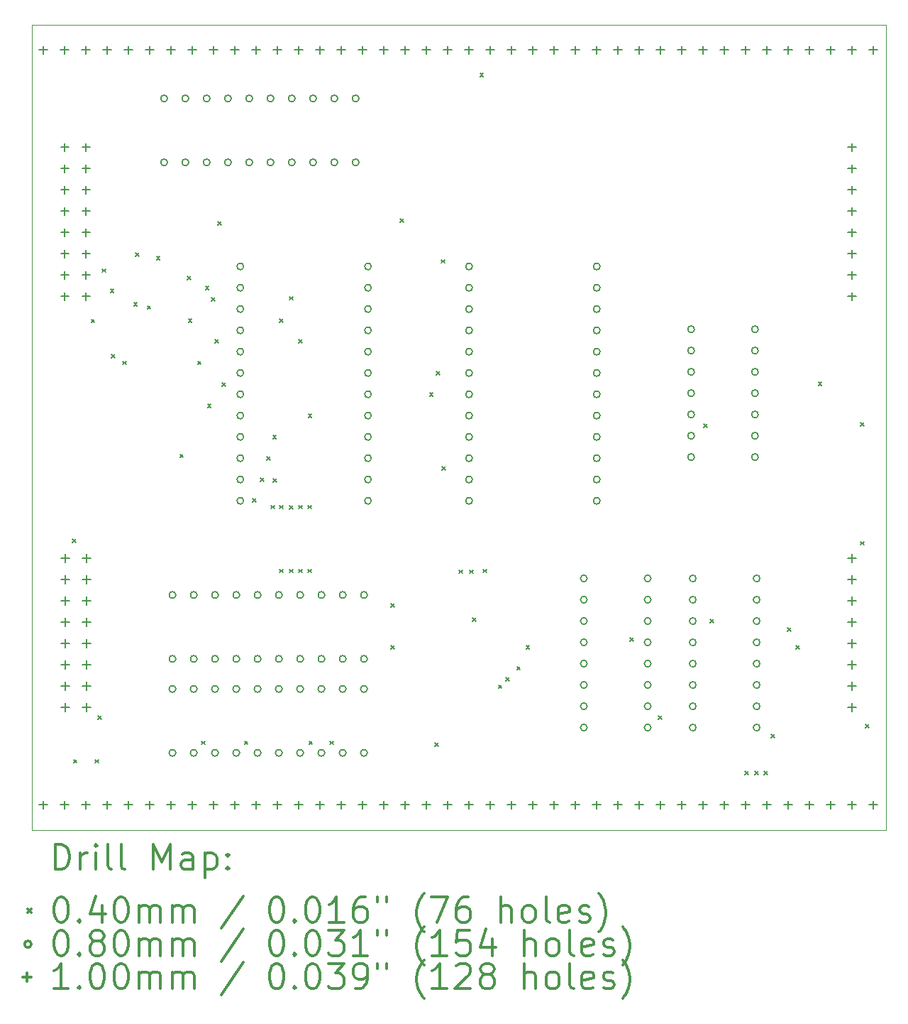
<source format=gbr>
%FSLAX45Y45*%
G04 Gerber Fmt 4.5, Leading zero omitted, Abs format (unit mm)*
G04 Created by KiCad (PCBNEW (5.1.9)-1) date 2022-07-23 12:09:43*
%MOMM*%
%LPD*%
G01*
G04 APERTURE LIST*
%TA.AperFunction,Profile*%
%ADD10C,0.100000*%
%TD*%
%ADD11C,0.200000*%
%ADD12C,0.300000*%
G04 APERTURE END LIST*
D10*
X8500000Y-13900000D02*
X8500000Y-4300000D01*
X18700000Y-13900000D02*
X8500000Y-13900000D01*
X18700000Y-4300000D02*
X18700000Y-13900000D01*
X8500000Y-4300000D02*
X18700000Y-4300000D01*
D11*
X8988235Y-10428235D02*
X9028235Y-10468235D01*
X9028235Y-10428235D02*
X8988235Y-10468235D01*
X9000000Y-13060000D02*
X9040000Y-13100000D01*
X9040000Y-13060000D02*
X9000000Y-13100000D01*
X9210000Y-7810000D02*
X9250000Y-7850000D01*
X9250000Y-7810000D02*
X9210000Y-7850000D01*
X9260000Y-13060000D02*
X9300000Y-13100000D01*
X9300000Y-13060000D02*
X9260000Y-13100000D01*
X9290000Y-12540000D02*
X9330000Y-12580000D01*
X9330000Y-12540000D02*
X9290000Y-12580000D01*
X9342501Y-7210000D02*
X9382501Y-7250000D01*
X9382501Y-7210000D02*
X9342501Y-7250000D01*
X9440000Y-7450000D02*
X9480000Y-7490000D01*
X9480000Y-7450000D02*
X9440000Y-7490000D01*
X9450000Y-8230000D02*
X9490000Y-8270000D01*
X9490000Y-8230000D02*
X9450000Y-8270000D01*
X9590000Y-8310000D02*
X9630000Y-8350000D01*
X9630000Y-8310000D02*
X9590000Y-8350000D01*
X9720000Y-7610000D02*
X9760000Y-7650000D01*
X9760000Y-7610000D02*
X9720000Y-7650000D01*
X9740000Y-7020000D02*
X9780000Y-7060000D01*
X9780000Y-7020000D02*
X9740000Y-7060000D01*
X9880000Y-7650000D02*
X9920000Y-7690000D01*
X9920000Y-7650000D02*
X9880000Y-7690000D01*
X9990000Y-7060000D02*
X10030000Y-7100000D01*
X10030000Y-7060000D02*
X9990000Y-7100000D01*
X10270000Y-9420000D02*
X10310000Y-9460000D01*
X10310000Y-9420000D02*
X10270000Y-9460000D01*
X10358500Y-7301500D02*
X10398500Y-7341500D01*
X10398500Y-7301500D02*
X10358500Y-7341500D01*
X10370500Y-7809500D02*
X10410500Y-7849500D01*
X10410500Y-7809500D02*
X10370500Y-7849500D01*
X10480000Y-8310000D02*
X10520000Y-8350000D01*
X10520000Y-8310000D02*
X10480000Y-8350000D01*
X10530000Y-12840000D02*
X10570000Y-12880000D01*
X10570000Y-12840000D02*
X10530000Y-12880000D01*
X10574000Y-7414000D02*
X10614000Y-7454000D01*
X10614000Y-7414000D02*
X10574000Y-7454000D01*
X10600000Y-8825500D02*
X10640000Y-8865500D01*
X10640000Y-8825500D02*
X10600000Y-8865500D01*
X10644500Y-7555500D02*
X10684500Y-7595500D01*
X10684500Y-7555500D02*
X10644500Y-7595500D01*
X10690000Y-8050000D02*
X10730000Y-8090000D01*
X10730000Y-8050000D02*
X10690000Y-8090000D01*
X10720000Y-6647500D02*
X10760000Y-6687500D01*
X10760000Y-6647500D02*
X10720000Y-6687500D01*
X10771500Y-8571500D02*
X10811500Y-8611500D01*
X10811500Y-8571500D02*
X10771500Y-8611500D01*
X11040000Y-12840000D02*
X11080000Y-12880000D01*
X11080000Y-12840000D02*
X11040000Y-12880000D01*
X11140000Y-9950000D02*
X11180000Y-9990000D01*
X11180000Y-9950000D02*
X11140000Y-9990000D01*
X11230000Y-9700000D02*
X11270000Y-9740000D01*
X11270000Y-9700000D02*
X11230000Y-9740000D01*
X11304000Y-9446000D02*
X11344000Y-9486000D01*
X11344000Y-9446000D02*
X11304000Y-9486000D01*
X11359999Y-10030000D02*
X11399999Y-10070000D01*
X11399999Y-10030000D02*
X11359999Y-10070000D01*
X11378000Y-9192000D02*
X11418000Y-9232000D01*
X11418000Y-9192000D02*
X11378000Y-9232000D01*
X11380000Y-9710000D02*
X11420000Y-9750000D01*
X11420000Y-9710000D02*
X11380000Y-9750000D01*
X11460000Y-10030000D02*
X11500000Y-10070000D01*
X11500000Y-10030000D02*
X11460000Y-10070000D01*
X11460000Y-10790000D02*
X11500000Y-10830000D01*
X11500000Y-10790000D02*
X11460000Y-10830000D01*
X11460500Y-7809500D02*
X11500500Y-7849500D01*
X11500500Y-7809500D02*
X11460500Y-7849500D01*
X11580000Y-7540000D02*
X11620000Y-7580000D01*
X11620000Y-7540000D02*
X11580000Y-7580000D01*
X11580000Y-10030500D02*
X11620000Y-10070500D01*
X11620000Y-10030500D02*
X11580000Y-10070500D01*
X11580000Y-10790000D02*
X11620000Y-10830000D01*
X11620000Y-10790000D02*
X11580000Y-10830000D01*
X11690000Y-8050000D02*
X11730000Y-8090000D01*
X11730000Y-8050000D02*
X11690000Y-8090000D01*
X11690000Y-10790000D02*
X11730000Y-10830000D01*
X11730000Y-10790000D02*
X11690000Y-10830000D01*
X11690000Y-10030000D02*
X11730000Y-10070000D01*
X11730000Y-10030000D02*
X11690000Y-10070000D01*
X11800000Y-10790000D02*
X11840000Y-10830000D01*
X11840000Y-10790000D02*
X11800000Y-10830000D01*
X11800000Y-10030000D02*
X11840000Y-10070000D01*
X11840000Y-10030000D02*
X11800000Y-10070000D01*
X11802000Y-8938000D02*
X11842000Y-8978000D01*
X11842000Y-8938000D02*
X11802000Y-8978000D01*
X11810000Y-12840000D02*
X11850000Y-12880000D01*
X11850000Y-12840000D02*
X11810000Y-12880000D01*
X12060000Y-12840000D02*
X12100000Y-12880000D01*
X12100000Y-12840000D02*
X12060000Y-12880000D01*
X12790000Y-11200000D02*
X12830000Y-11240000D01*
X12830000Y-11200000D02*
X12790000Y-11240000D01*
X12790000Y-11700000D02*
X12830000Y-11740000D01*
X12830000Y-11700000D02*
X12790000Y-11740000D01*
X12900000Y-6610001D02*
X12940000Y-6650001D01*
X12940000Y-6610001D02*
X12900000Y-6650001D01*
X13250000Y-8690000D02*
X13290000Y-8730000D01*
X13290000Y-8690000D02*
X13250000Y-8730000D01*
X13310000Y-12860000D02*
X13350000Y-12900000D01*
X13350000Y-12860000D02*
X13310000Y-12900000D01*
X13327500Y-8430000D02*
X13367500Y-8470000D01*
X13367500Y-8430000D02*
X13327500Y-8470000D01*
X13390000Y-7100000D02*
X13430000Y-7140000D01*
X13430000Y-7100000D02*
X13390000Y-7140000D01*
X13400000Y-9570000D02*
X13440000Y-9610000D01*
X13440000Y-9570000D02*
X13400000Y-9610000D01*
X13600000Y-10800000D02*
X13640000Y-10840000D01*
X13640000Y-10800000D02*
X13600000Y-10840000D01*
X13730000Y-10800000D02*
X13770000Y-10840000D01*
X13770000Y-10800000D02*
X13730000Y-10840000D01*
X13760000Y-11370000D02*
X13800000Y-11410000D01*
X13800000Y-11370000D02*
X13760000Y-11410000D01*
X13850000Y-4880000D02*
X13890000Y-4920000D01*
X13890000Y-4880000D02*
X13850000Y-4920000D01*
X13890000Y-10790000D02*
X13930000Y-10830000D01*
X13930000Y-10790000D02*
X13890000Y-10830000D01*
X14070000Y-12170000D02*
X14110000Y-12210000D01*
X14110000Y-12170000D02*
X14070000Y-12210000D01*
X14160000Y-12082501D02*
X14200000Y-12122501D01*
X14200000Y-12082501D02*
X14160000Y-12122501D01*
X14290000Y-11950000D02*
X14330000Y-11990000D01*
X14330000Y-11950000D02*
X14290000Y-11990000D01*
X14400000Y-11700000D02*
X14440000Y-11740000D01*
X14440000Y-11700000D02*
X14400000Y-11740000D01*
X15640000Y-11610000D02*
X15680000Y-11650000D01*
X15680000Y-11610000D02*
X15640000Y-11650000D01*
X15980000Y-12540000D02*
X16020000Y-12580000D01*
X16020000Y-12540000D02*
X15980000Y-12580000D01*
X16520000Y-9060000D02*
X16560000Y-9100000D01*
X16560000Y-9060000D02*
X16520000Y-9100000D01*
X16600000Y-11390000D02*
X16640000Y-11430000D01*
X16640000Y-11390000D02*
X16600000Y-11430000D01*
X17010000Y-13197499D02*
X17050000Y-13237499D01*
X17050000Y-13197499D02*
X17010000Y-13237499D01*
X17130000Y-13200000D02*
X17170000Y-13240000D01*
X17170000Y-13200000D02*
X17130000Y-13240000D01*
X17240000Y-13200000D02*
X17280000Y-13240000D01*
X17280000Y-13200000D02*
X17240000Y-13240000D01*
X17328734Y-12758734D02*
X17368734Y-12798734D01*
X17368734Y-12758734D02*
X17328734Y-12798734D01*
X17520000Y-11490000D02*
X17560000Y-11530000D01*
X17560000Y-11490000D02*
X17520000Y-11530000D01*
X17620000Y-11700000D02*
X17660000Y-11740000D01*
X17660000Y-11700000D02*
X17620000Y-11740000D01*
X17890000Y-8560000D02*
X17930000Y-8600000D01*
X17930000Y-8560000D02*
X17890000Y-8600000D01*
X18390000Y-9040000D02*
X18430000Y-9080000D01*
X18430000Y-9040000D02*
X18390000Y-9080000D01*
X18390000Y-10460000D02*
X18430000Y-10500000D01*
X18430000Y-10460000D02*
X18390000Y-10500000D01*
X18450000Y-12640000D02*
X18490000Y-12680000D01*
X18490000Y-12640000D02*
X18450000Y-12680000D01*
X10120000Y-5178000D02*
G75*
G03*
X10120000Y-5178000I-40000J0D01*
G01*
X10120000Y-5940000D02*
G75*
G03*
X10120000Y-5940000I-40000J0D01*
G01*
X10220000Y-11098000D02*
G75*
G03*
X10220000Y-11098000I-40000J0D01*
G01*
X10220000Y-11860000D02*
G75*
G03*
X10220000Y-11860000I-40000J0D01*
G01*
X10220000Y-12218000D02*
G75*
G03*
X10220000Y-12218000I-40000J0D01*
G01*
X10220000Y-12980000D02*
G75*
G03*
X10220000Y-12980000I-40000J0D01*
G01*
X10374000Y-5178000D02*
G75*
G03*
X10374000Y-5178000I-40000J0D01*
G01*
X10374000Y-5940000D02*
G75*
G03*
X10374000Y-5940000I-40000J0D01*
G01*
X10474000Y-11098000D02*
G75*
G03*
X10474000Y-11098000I-40000J0D01*
G01*
X10474000Y-11860000D02*
G75*
G03*
X10474000Y-11860000I-40000J0D01*
G01*
X10474000Y-12218000D02*
G75*
G03*
X10474000Y-12218000I-40000J0D01*
G01*
X10474000Y-12980000D02*
G75*
G03*
X10474000Y-12980000I-40000J0D01*
G01*
X10628000Y-5178000D02*
G75*
G03*
X10628000Y-5178000I-40000J0D01*
G01*
X10628000Y-5940000D02*
G75*
G03*
X10628000Y-5940000I-40000J0D01*
G01*
X10728000Y-11098000D02*
G75*
G03*
X10728000Y-11098000I-40000J0D01*
G01*
X10728000Y-11860000D02*
G75*
G03*
X10728000Y-11860000I-40000J0D01*
G01*
X10728000Y-12218000D02*
G75*
G03*
X10728000Y-12218000I-40000J0D01*
G01*
X10728000Y-12980000D02*
G75*
G03*
X10728000Y-12980000I-40000J0D01*
G01*
X10882000Y-5178000D02*
G75*
G03*
X10882000Y-5178000I-40000J0D01*
G01*
X10882000Y-5940000D02*
G75*
G03*
X10882000Y-5940000I-40000J0D01*
G01*
X10982000Y-11098000D02*
G75*
G03*
X10982000Y-11098000I-40000J0D01*
G01*
X10982000Y-11860000D02*
G75*
G03*
X10982000Y-11860000I-40000J0D01*
G01*
X10982000Y-12218000D02*
G75*
G03*
X10982000Y-12218000I-40000J0D01*
G01*
X10982000Y-12980000D02*
G75*
G03*
X10982000Y-12980000I-40000J0D01*
G01*
X11030000Y-7180000D02*
G75*
G03*
X11030000Y-7180000I-40000J0D01*
G01*
X11030000Y-7434000D02*
G75*
G03*
X11030000Y-7434000I-40000J0D01*
G01*
X11030000Y-7688000D02*
G75*
G03*
X11030000Y-7688000I-40000J0D01*
G01*
X11030000Y-7942000D02*
G75*
G03*
X11030000Y-7942000I-40000J0D01*
G01*
X11030000Y-8196000D02*
G75*
G03*
X11030000Y-8196000I-40000J0D01*
G01*
X11030000Y-8450000D02*
G75*
G03*
X11030000Y-8450000I-40000J0D01*
G01*
X11030000Y-8704000D02*
G75*
G03*
X11030000Y-8704000I-40000J0D01*
G01*
X11030000Y-8958000D02*
G75*
G03*
X11030000Y-8958000I-40000J0D01*
G01*
X11030000Y-9212000D02*
G75*
G03*
X11030000Y-9212000I-40000J0D01*
G01*
X11030000Y-9466000D02*
G75*
G03*
X11030000Y-9466000I-40000J0D01*
G01*
X11030000Y-9720000D02*
G75*
G03*
X11030000Y-9720000I-40000J0D01*
G01*
X11030000Y-9974000D02*
G75*
G03*
X11030000Y-9974000I-40000J0D01*
G01*
X11136000Y-5178000D02*
G75*
G03*
X11136000Y-5178000I-40000J0D01*
G01*
X11136000Y-5940000D02*
G75*
G03*
X11136000Y-5940000I-40000J0D01*
G01*
X11236000Y-11098000D02*
G75*
G03*
X11236000Y-11098000I-40000J0D01*
G01*
X11236000Y-11860000D02*
G75*
G03*
X11236000Y-11860000I-40000J0D01*
G01*
X11236000Y-12218000D02*
G75*
G03*
X11236000Y-12218000I-40000J0D01*
G01*
X11236000Y-12980000D02*
G75*
G03*
X11236000Y-12980000I-40000J0D01*
G01*
X11390000Y-5178000D02*
G75*
G03*
X11390000Y-5178000I-40000J0D01*
G01*
X11390000Y-5940000D02*
G75*
G03*
X11390000Y-5940000I-40000J0D01*
G01*
X11490000Y-11098000D02*
G75*
G03*
X11490000Y-11098000I-40000J0D01*
G01*
X11490000Y-11860000D02*
G75*
G03*
X11490000Y-11860000I-40000J0D01*
G01*
X11490000Y-12218000D02*
G75*
G03*
X11490000Y-12218000I-40000J0D01*
G01*
X11490000Y-12980000D02*
G75*
G03*
X11490000Y-12980000I-40000J0D01*
G01*
X11644000Y-5178000D02*
G75*
G03*
X11644000Y-5178000I-40000J0D01*
G01*
X11644000Y-5940000D02*
G75*
G03*
X11644000Y-5940000I-40000J0D01*
G01*
X11744000Y-11098000D02*
G75*
G03*
X11744000Y-11098000I-40000J0D01*
G01*
X11744000Y-11860000D02*
G75*
G03*
X11744000Y-11860000I-40000J0D01*
G01*
X11744000Y-12218000D02*
G75*
G03*
X11744000Y-12218000I-40000J0D01*
G01*
X11744000Y-12980000D02*
G75*
G03*
X11744000Y-12980000I-40000J0D01*
G01*
X11898000Y-5178000D02*
G75*
G03*
X11898000Y-5178000I-40000J0D01*
G01*
X11898000Y-5940000D02*
G75*
G03*
X11898000Y-5940000I-40000J0D01*
G01*
X11998000Y-11098000D02*
G75*
G03*
X11998000Y-11098000I-40000J0D01*
G01*
X11998000Y-11860000D02*
G75*
G03*
X11998000Y-11860000I-40000J0D01*
G01*
X11998000Y-12218000D02*
G75*
G03*
X11998000Y-12218000I-40000J0D01*
G01*
X11998000Y-12980000D02*
G75*
G03*
X11998000Y-12980000I-40000J0D01*
G01*
X12152000Y-5178000D02*
G75*
G03*
X12152000Y-5178000I-40000J0D01*
G01*
X12152000Y-5940000D02*
G75*
G03*
X12152000Y-5940000I-40000J0D01*
G01*
X12252000Y-11098000D02*
G75*
G03*
X12252000Y-11098000I-40000J0D01*
G01*
X12252000Y-11860000D02*
G75*
G03*
X12252000Y-11860000I-40000J0D01*
G01*
X12252000Y-12218000D02*
G75*
G03*
X12252000Y-12218000I-40000J0D01*
G01*
X12252000Y-12980000D02*
G75*
G03*
X12252000Y-12980000I-40000J0D01*
G01*
X12406000Y-5178000D02*
G75*
G03*
X12406000Y-5178000I-40000J0D01*
G01*
X12406000Y-5940000D02*
G75*
G03*
X12406000Y-5940000I-40000J0D01*
G01*
X12506000Y-11098000D02*
G75*
G03*
X12506000Y-11098000I-40000J0D01*
G01*
X12506000Y-11860000D02*
G75*
G03*
X12506000Y-11860000I-40000J0D01*
G01*
X12506000Y-12218000D02*
G75*
G03*
X12506000Y-12218000I-40000J0D01*
G01*
X12506000Y-12980000D02*
G75*
G03*
X12506000Y-12980000I-40000J0D01*
G01*
X12554000Y-7180000D02*
G75*
G03*
X12554000Y-7180000I-40000J0D01*
G01*
X12554000Y-7434000D02*
G75*
G03*
X12554000Y-7434000I-40000J0D01*
G01*
X12554000Y-7688000D02*
G75*
G03*
X12554000Y-7688000I-40000J0D01*
G01*
X12554000Y-7942000D02*
G75*
G03*
X12554000Y-7942000I-40000J0D01*
G01*
X12554000Y-8196000D02*
G75*
G03*
X12554000Y-8196000I-40000J0D01*
G01*
X12554000Y-8450000D02*
G75*
G03*
X12554000Y-8450000I-40000J0D01*
G01*
X12554000Y-8704000D02*
G75*
G03*
X12554000Y-8704000I-40000J0D01*
G01*
X12554000Y-8958000D02*
G75*
G03*
X12554000Y-8958000I-40000J0D01*
G01*
X12554000Y-9212000D02*
G75*
G03*
X12554000Y-9212000I-40000J0D01*
G01*
X12554000Y-9466000D02*
G75*
G03*
X12554000Y-9466000I-40000J0D01*
G01*
X12554000Y-9720000D02*
G75*
G03*
X12554000Y-9720000I-40000J0D01*
G01*
X12554000Y-9974000D02*
G75*
G03*
X12554000Y-9974000I-40000J0D01*
G01*
X13760000Y-7180000D02*
G75*
G03*
X13760000Y-7180000I-40000J0D01*
G01*
X13760000Y-7434000D02*
G75*
G03*
X13760000Y-7434000I-40000J0D01*
G01*
X13760000Y-7688000D02*
G75*
G03*
X13760000Y-7688000I-40000J0D01*
G01*
X13760000Y-7942000D02*
G75*
G03*
X13760000Y-7942000I-40000J0D01*
G01*
X13760000Y-8196000D02*
G75*
G03*
X13760000Y-8196000I-40000J0D01*
G01*
X13760000Y-8450000D02*
G75*
G03*
X13760000Y-8450000I-40000J0D01*
G01*
X13760000Y-8704000D02*
G75*
G03*
X13760000Y-8704000I-40000J0D01*
G01*
X13760000Y-8958000D02*
G75*
G03*
X13760000Y-8958000I-40000J0D01*
G01*
X13760000Y-9212000D02*
G75*
G03*
X13760000Y-9212000I-40000J0D01*
G01*
X13760000Y-9466000D02*
G75*
G03*
X13760000Y-9466000I-40000J0D01*
G01*
X13760000Y-9720000D02*
G75*
G03*
X13760000Y-9720000I-40000J0D01*
G01*
X13760000Y-9974000D02*
G75*
G03*
X13760000Y-9974000I-40000J0D01*
G01*
X15130000Y-10900000D02*
G75*
G03*
X15130000Y-10900000I-40000J0D01*
G01*
X15130000Y-11154000D02*
G75*
G03*
X15130000Y-11154000I-40000J0D01*
G01*
X15130000Y-11408000D02*
G75*
G03*
X15130000Y-11408000I-40000J0D01*
G01*
X15130000Y-11662000D02*
G75*
G03*
X15130000Y-11662000I-40000J0D01*
G01*
X15130000Y-11916000D02*
G75*
G03*
X15130000Y-11916000I-40000J0D01*
G01*
X15130000Y-12170000D02*
G75*
G03*
X15130000Y-12170000I-40000J0D01*
G01*
X15130000Y-12424000D02*
G75*
G03*
X15130000Y-12424000I-40000J0D01*
G01*
X15130000Y-12678000D02*
G75*
G03*
X15130000Y-12678000I-40000J0D01*
G01*
X15284000Y-7180000D02*
G75*
G03*
X15284000Y-7180000I-40000J0D01*
G01*
X15284000Y-7434000D02*
G75*
G03*
X15284000Y-7434000I-40000J0D01*
G01*
X15284000Y-7688000D02*
G75*
G03*
X15284000Y-7688000I-40000J0D01*
G01*
X15284000Y-7942000D02*
G75*
G03*
X15284000Y-7942000I-40000J0D01*
G01*
X15284000Y-8196000D02*
G75*
G03*
X15284000Y-8196000I-40000J0D01*
G01*
X15284000Y-8450000D02*
G75*
G03*
X15284000Y-8450000I-40000J0D01*
G01*
X15284000Y-8704000D02*
G75*
G03*
X15284000Y-8704000I-40000J0D01*
G01*
X15284000Y-8958000D02*
G75*
G03*
X15284000Y-8958000I-40000J0D01*
G01*
X15284000Y-9212000D02*
G75*
G03*
X15284000Y-9212000I-40000J0D01*
G01*
X15284000Y-9466000D02*
G75*
G03*
X15284000Y-9466000I-40000J0D01*
G01*
X15284000Y-9720000D02*
G75*
G03*
X15284000Y-9720000I-40000J0D01*
G01*
X15284000Y-9974000D02*
G75*
G03*
X15284000Y-9974000I-40000J0D01*
G01*
X15892000Y-10900000D02*
G75*
G03*
X15892000Y-10900000I-40000J0D01*
G01*
X15892000Y-11154000D02*
G75*
G03*
X15892000Y-11154000I-40000J0D01*
G01*
X15892000Y-11408000D02*
G75*
G03*
X15892000Y-11408000I-40000J0D01*
G01*
X15892000Y-11662000D02*
G75*
G03*
X15892000Y-11662000I-40000J0D01*
G01*
X15892000Y-11916000D02*
G75*
G03*
X15892000Y-11916000I-40000J0D01*
G01*
X15892000Y-12170000D02*
G75*
G03*
X15892000Y-12170000I-40000J0D01*
G01*
X15892000Y-12424000D02*
G75*
G03*
X15892000Y-12424000I-40000J0D01*
G01*
X15892000Y-12678000D02*
G75*
G03*
X15892000Y-12678000I-40000J0D01*
G01*
X16410000Y-7930000D02*
G75*
G03*
X16410000Y-7930000I-40000J0D01*
G01*
X16410000Y-8184000D02*
G75*
G03*
X16410000Y-8184000I-40000J0D01*
G01*
X16410000Y-8438000D02*
G75*
G03*
X16410000Y-8438000I-40000J0D01*
G01*
X16410000Y-8692000D02*
G75*
G03*
X16410000Y-8692000I-40000J0D01*
G01*
X16410000Y-8946000D02*
G75*
G03*
X16410000Y-8946000I-40000J0D01*
G01*
X16410000Y-9200000D02*
G75*
G03*
X16410000Y-9200000I-40000J0D01*
G01*
X16410000Y-9454000D02*
G75*
G03*
X16410000Y-9454000I-40000J0D01*
G01*
X16430000Y-10900000D02*
G75*
G03*
X16430000Y-10900000I-40000J0D01*
G01*
X16430000Y-11154000D02*
G75*
G03*
X16430000Y-11154000I-40000J0D01*
G01*
X16430000Y-11408000D02*
G75*
G03*
X16430000Y-11408000I-40000J0D01*
G01*
X16430000Y-11662000D02*
G75*
G03*
X16430000Y-11662000I-40000J0D01*
G01*
X16430000Y-11916000D02*
G75*
G03*
X16430000Y-11916000I-40000J0D01*
G01*
X16430000Y-12170000D02*
G75*
G03*
X16430000Y-12170000I-40000J0D01*
G01*
X16430000Y-12424000D02*
G75*
G03*
X16430000Y-12424000I-40000J0D01*
G01*
X16430000Y-12678000D02*
G75*
G03*
X16430000Y-12678000I-40000J0D01*
G01*
X17172000Y-7930000D02*
G75*
G03*
X17172000Y-7930000I-40000J0D01*
G01*
X17172000Y-8184000D02*
G75*
G03*
X17172000Y-8184000I-40000J0D01*
G01*
X17172000Y-8438000D02*
G75*
G03*
X17172000Y-8438000I-40000J0D01*
G01*
X17172000Y-8692000D02*
G75*
G03*
X17172000Y-8692000I-40000J0D01*
G01*
X17172000Y-8946000D02*
G75*
G03*
X17172000Y-8946000I-40000J0D01*
G01*
X17172000Y-9200000D02*
G75*
G03*
X17172000Y-9200000I-40000J0D01*
G01*
X17172000Y-9454000D02*
G75*
G03*
X17172000Y-9454000I-40000J0D01*
G01*
X17192000Y-10900000D02*
G75*
G03*
X17192000Y-10900000I-40000J0D01*
G01*
X17192000Y-11154000D02*
G75*
G03*
X17192000Y-11154000I-40000J0D01*
G01*
X17192000Y-11408000D02*
G75*
G03*
X17192000Y-11408000I-40000J0D01*
G01*
X17192000Y-11662000D02*
G75*
G03*
X17192000Y-11662000I-40000J0D01*
G01*
X17192000Y-11916000D02*
G75*
G03*
X17192000Y-11916000I-40000J0D01*
G01*
X17192000Y-12170000D02*
G75*
G03*
X17192000Y-12170000I-40000J0D01*
G01*
X17192000Y-12424000D02*
G75*
G03*
X17192000Y-12424000I-40000J0D01*
G01*
X17192000Y-12678000D02*
G75*
G03*
X17192000Y-12678000I-40000J0D01*
G01*
X8640000Y-4550000D02*
X8640000Y-4650000D01*
X8590000Y-4600000D02*
X8690000Y-4600000D01*
X8640000Y-13550000D02*
X8640000Y-13650000D01*
X8590000Y-13600000D02*
X8690000Y-13600000D01*
X8894000Y-4550000D02*
X8894000Y-4650000D01*
X8844000Y-4600000D02*
X8944000Y-4600000D01*
X8894000Y-13550000D02*
X8894000Y-13650000D01*
X8844000Y-13600000D02*
X8944000Y-13600000D01*
X8896000Y-5710000D02*
X8896000Y-5810000D01*
X8846000Y-5760000D02*
X8946000Y-5760000D01*
X8896000Y-5964000D02*
X8896000Y-6064000D01*
X8846000Y-6014000D02*
X8946000Y-6014000D01*
X8896000Y-6218000D02*
X8896000Y-6318000D01*
X8846000Y-6268000D02*
X8946000Y-6268000D01*
X8896000Y-6472000D02*
X8896000Y-6572000D01*
X8846000Y-6522000D02*
X8946000Y-6522000D01*
X8896000Y-6726000D02*
X8896000Y-6826000D01*
X8846000Y-6776000D02*
X8946000Y-6776000D01*
X8896000Y-6980000D02*
X8896000Y-7080000D01*
X8846000Y-7030000D02*
X8946000Y-7030000D01*
X8896000Y-7234000D02*
X8896000Y-7334000D01*
X8846000Y-7284000D02*
X8946000Y-7284000D01*
X8896000Y-7488000D02*
X8896000Y-7588000D01*
X8846000Y-7538000D02*
X8946000Y-7538000D01*
X8899000Y-10610000D02*
X8899000Y-10710000D01*
X8849000Y-10660000D02*
X8949000Y-10660000D01*
X8899000Y-10864000D02*
X8899000Y-10964000D01*
X8849000Y-10914000D02*
X8949000Y-10914000D01*
X8899000Y-11118000D02*
X8899000Y-11218000D01*
X8849000Y-11168000D02*
X8949000Y-11168000D01*
X8899000Y-11372000D02*
X8899000Y-11472000D01*
X8849000Y-11422000D02*
X8949000Y-11422000D01*
X8899000Y-11626000D02*
X8899000Y-11726000D01*
X8849000Y-11676000D02*
X8949000Y-11676000D01*
X8899000Y-11880000D02*
X8899000Y-11980000D01*
X8849000Y-11930000D02*
X8949000Y-11930000D01*
X8899000Y-12134000D02*
X8899000Y-12234000D01*
X8849000Y-12184000D02*
X8949000Y-12184000D01*
X8899000Y-12388000D02*
X8899000Y-12488000D01*
X8849000Y-12438000D02*
X8949000Y-12438000D01*
X9148000Y-4550000D02*
X9148000Y-4650000D01*
X9098000Y-4600000D02*
X9198000Y-4600000D01*
X9148000Y-13550000D02*
X9148000Y-13650000D01*
X9098000Y-13600000D02*
X9198000Y-13600000D01*
X9150000Y-5710000D02*
X9150000Y-5810000D01*
X9100000Y-5760000D02*
X9200000Y-5760000D01*
X9150000Y-5964000D02*
X9150000Y-6064000D01*
X9100000Y-6014000D02*
X9200000Y-6014000D01*
X9150000Y-6218000D02*
X9150000Y-6318000D01*
X9100000Y-6268000D02*
X9200000Y-6268000D01*
X9150000Y-6472000D02*
X9150000Y-6572000D01*
X9100000Y-6522000D02*
X9200000Y-6522000D01*
X9150000Y-6726000D02*
X9150000Y-6826000D01*
X9100000Y-6776000D02*
X9200000Y-6776000D01*
X9150000Y-6980000D02*
X9150000Y-7080000D01*
X9100000Y-7030000D02*
X9200000Y-7030000D01*
X9150000Y-7234000D02*
X9150000Y-7334000D01*
X9100000Y-7284000D02*
X9200000Y-7284000D01*
X9150000Y-7488000D02*
X9150000Y-7588000D01*
X9100000Y-7538000D02*
X9200000Y-7538000D01*
X9153000Y-10610000D02*
X9153000Y-10710000D01*
X9103000Y-10660000D02*
X9203000Y-10660000D01*
X9153000Y-10864000D02*
X9153000Y-10964000D01*
X9103000Y-10914000D02*
X9203000Y-10914000D01*
X9153000Y-11118000D02*
X9153000Y-11218000D01*
X9103000Y-11168000D02*
X9203000Y-11168000D01*
X9153000Y-11372000D02*
X9153000Y-11472000D01*
X9103000Y-11422000D02*
X9203000Y-11422000D01*
X9153000Y-11626000D02*
X9153000Y-11726000D01*
X9103000Y-11676000D02*
X9203000Y-11676000D01*
X9153000Y-11880000D02*
X9153000Y-11980000D01*
X9103000Y-11930000D02*
X9203000Y-11930000D01*
X9153000Y-12134000D02*
X9153000Y-12234000D01*
X9103000Y-12184000D02*
X9203000Y-12184000D01*
X9153000Y-12388000D02*
X9153000Y-12488000D01*
X9103000Y-12438000D02*
X9203000Y-12438000D01*
X9402000Y-4550000D02*
X9402000Y-4650000D01*
X9352000Y-4600000D02*
X9452000Y-4600000D01*
X9402000Y-13550000D02*
X9402000Y-13650000D01*
X9352000Y-13600000D02*
X9452000Y-13600000D01*
X9656000Y-4550000D02*
X9656000Y-4650000D01*
X9606000Y-4600000D02*
X9706000Y-4600000D01*
X9656000Y-13550000D02*
X9656000Y-13650000D01*
X9606000Y-13600000D02*
X9706000Y-13600000D01*
X9910000Y-4550000D02*
X9910000Y-4650000D01*
X9860000Y-4600000D02*
X9960000Y-4600000D01*
X9910000Y-13550000D02*
X9910000Y-13650000D01*
X9860000Y-13600000D02*
X9960000Y-13600000D01*
X10164000Y-4550000D02*
X10164000Y-4650000D01*
X10114000Y-4600000D02*
X10214000Y-4600000D01*
X10164000Y-13550000D02*
X10164000Y-13650000D01*
X10114000Y-13600000D02*
X10214000Y-13600000D01*
X10418000Y-4550000D02*
X10418000Y-4650000D01*
X10368000Y-4600000D02*
X10468000Y-4600000D01*
X10418000Y-13550000D02*
X10418000Y-13650000D01*
X10368000Y-13600000D02*
X10468000Y-13600000D01*
X10672000Y-4550000D02*
X10672000Y-4650000D01*
X10622000Y-4600000D02*
X10722000Y-4600000D01*
X10672000Y-13550000D02*
X10672000Y-13650000D01*
X10622000Y-13600000D02*
X10722000Y-13600000D01*
X10926000Y-4550000D02*
X10926000Y-4650000D01*
X10876000Y-4600000D02*
X10976000Y-4600000D01*
X10926000Y-13550000D02*
X10926000Y-13650000D01*
X10876000Y-13600000D02*
X10976000Y-13600000D01*
X11180000Y-4550000D02*
X11180000Y-4650000D01*
X11130000Y-4600000D02*
X11230000Y-4600000D01*
X11180000Y-13550000D02*
X11180000Y-13650000D01*
X11130000Y-13600000D02*
X11230000Y-13600000D01*
X11434000Y-4550000D02*
X11434000Y-4650000D01*
X11384000Y-4600000D02*
X11484000Y-4600000D01*
X11434000Y-13550000D02*
X11434000Y-13650000D01*
X11384000Y-13600000D02*
X11484000Y-13600000D01*
X11688000Y-4550000D02*
X11688000Y-4650000D01*
X11638000Y-4600000D02*
X11738000Y-4600000D01*
X11688000Y-13550000D02*
X11688000Y-13650000D01*
X11638000Y-13600000D02*
X11738000Y-13600000D01*
X11942000Y-4550000D02*
X11942000Y-4650000D01*
X11892000Y-4600000D02*
X11992000Y-4600000D01*
X11942000Y-13550000D02*
X11942000Y-13650000D01*
X11892000Y-13600000D02*
X11992000Y-13600000D01*
X12196000Y-4550000D02*
X12196000Y-4650000D01*
X12146000Y-4600000D02*
X12246000Y-4600000D01*
X12196000Y-13550000D02*
X12196000Y-13650000D01*
X12146000Y-13600000D02*
X12246000Y-13600000D01*
X12450000Y-4550000D02*
X12450000Y-4650000D01*
X12400000Y-4600000D02*
X12500000Y-4600000D01*
X12450000Y-13550000D02*
X12450000Y-13650000D01*
X12400000Y-13600000D02*
X12500000Y-13600000D01*
X12704000Y-4550000D02*
X12704000Y-4650000D01*
X12654000Y-4600000D02*
X12754000Y-4600000D01*
X12704000Y-13550000D02*
X12704000Y-13650000D01*
X12654000Y-13600000D02*
X12754000Y-13600000D01*
X12958000Y-4550000D02*
X12958000Y-4650000D01*
X12908000Y-4600000D02*
X13008000Y-4600000D01*
X12958000Y-13550000D02*
X12958000Y-13650000D01*
X12908000Y-13600000D02*
X13008000Y-13600000D01*
X13212000Y-4550000D02*
X13212000Y-4650000D01*
X13162000Y-4600000D02*
X13262000Y-4600000D01*
X13212000Y-13550000D02*
X13212000Y-13650000D01*
X13162000Y-13600000D02*
X13262000Y-13600000D01*
X13466000Y-4550000D02*
X13466000Y-4650000D01*
X13416000Y-4600000D02*
X13516000Y-4600000D01*
X13466000Y-13550000D02*
X13466000Y-13650000D01*
X13416000Y-13600000D02*
X13516000Y-13600000D01*
X13720000Y-4550000D02*
X13720000Y-4650000D01*
X13670000Y-4600000D02*
X13770000Y-4600000D01*
X13720000Y-13550000D02*
X13720000Y-13650000D01*
X13670000Y-13600000D02*
X13770000Y-13600000D01*
X13974000Y-4550000D02*
X13974000Y-4650000D01*
X13924000Y-4600000D02*
X14024000Y-4600000D01*
X13974000Y-13550000D02*
X13974000Y-13650000D01*
X13924000Y-13600000D02*
X14024000Y-13600000D01*
X14228000Y-4550000D02*
X14228000Y-4650000D01*
X14178000Y-4600000D02*
X14278000Y-4600000D01*
X14228000Y-13550000D02*
X14228000Y-13650000D01*
X14178000Y-13600000D02*
X14278000Y-13600000D01*
X14482000Y-4550000D02*
X14482000Y-4650000D01*
X14432000Y-4600000D02*
X14532000Y-4600000D01*
X14482000Y-13550000D02*
X14482000Y-13650000D01*
X14432000Y-13600000D02*
X14532000Y-13600000D01*
X14736000Y-4550000D02*
X14736000Y-4650000D01*
X14686000Y-4600000D02*
X14786000Y-4600000D01*
X14736000Y-13550000D02*
X14736000Y-13650000D01*
X14686000Y-13600000D02*
X14786000Y-13600000D01*
X14990000Y-4550000D02*
X14990000Y-4650000D01*
X14940000Y-4600000D02*
X15040000Y-4600000D01*
X14990000Y-13550000D02*
X14990000Y-13650000D01*
X14940000Y-13600000D02*
X15040000Y-13600000D01*
X15244000Y-4550000D02*
X15244000Y-4650000D01*
X15194000Y-4600000D02*
X15294000Y-4600000D01*
X15244000Y-13550000D02*
X15244000Y-13650000D01*
X15194000Y-13600000D02*
X15294000Y-13600000D01*
X15498000Y-4550000D02*
X15498000Y-4650000D01*
X15448000Y-4600000D02*
X15548000Y-4600000D01*
X15498000Y-13550000D02*
X15498000Y-13650000D01*
X15448000Y-13600000D02*
X15548000Y-13600000D01*
X15752000Y-4550000D02*
X15752000Y-4650000D01*
X15702000Y-4600000D02*
X15802000Y-4600000D01*
X15752000Y-13550000D02*
X15752000Y-13650000D01*
X15702000Y-13600000D02*
X15802000Y-13600000D01*
X16006000Y-4550000D02*
X16006000Y-4650000D01*
X15956000Y-4600000D02*
X16056000Y-4600000D01*
X16006000Y-13550000D02*
X16006000Y-13650000D01*
X15956000Y-13600000D02*
X16056000Y-13600000D01*
X16260000Y-4550000D02*
X16260000Y-4650000D01*
X16210000Y-4600000D02*
X16310000Y-4600000D01*
X16260000Y-13550000D02*
X16260000Y-13650000D01*
X16210000Y-13600000D02*
X16310000Y-13600000D01*
X16514000Y-4550000D02*
X16514000Y-4650000D01*
X16464000Y-4600000D02*
X16564000Y-4600000D01*
X16514000Y-13550000D02*
X16514000Y-13650000D01*
X16464000Y-13600000D02*
X16564000Y-13600000D01*
X16768000Y-4550000D02*
X16768000Y-4650000D01*
X16718000Y-4600000D02*
X16818000Y-4600000D01*
X16768000Y-13550000D02*
X16768000Y-13650000D01*
X16718000Y-13600000D02*
X16818000Y-13600000D01*
X17022000Y-4550000D02*
X17022000Y-4650000D01*
X16972000Y-4600000D02*
X17072000Y-4600000D01*
X17022000Y-13550000D02*
X17022000Y-13650000D01*
X16972000Y-13600000D02*
X17072000Y-13600000D01*
X17276000Y-4550000D02*
X17276000Y-4650000D01*
X17226000Y-4600000D02*
X17326000Y-4600000D01*
X17276000Y-13550000D02*
X17276000Y-13650000D01*
X17226000Y-13600000D02*
X17326000Y-13600000D01*
X17530000Y-4550000D02*
X17530000Y-4650000D01*
X17480000Y-4600000D02*
X17580000Y-4600000D01*
X17530000Y-13550000D02*
X17530000Y-13650000D01*
X17480000Y-13600000D02*
X17580000Y-13600000D01*
X17784000Y-4550000D02*
X17784000Y-4650000D01*
X17734000Y-4600000D02*
X17834000Y-4600000D01*
X17784000Y-13550000D02*
X17784000Y-13650000D01*
X17734000Y-13600000D02*
X17834000Y-13600000D01*
X18038000Y-4550000D02*
X18038000Y-4650000D01*
X17988000Y-4600000D02*
X18088000Y-4600000D01*
X18038000Y-13550000D02*
X18038000Y-13650000D01*
X17988000Y-13600000D02*
X18088000Y-13600000D01*
X18290000Y-5710000D02*
X18290000Y-5810000D01*
X18240000Y-5760000D02*
X18340000Y-5760000D01*
X18290000Y-5964000D02*
X18290000Y-6064000D01*
X18240000Y-6014000D02*
X18340000Y-6014000D01*
X18290000Y-6218000D02*
X18290000Y-6318000D01*
X18240000Y-6268000D02*
X18340000Y-6268000D01*
X18290000Y-6472000D02*
X18290000Y-6572000D01*
X18240000Y-6522000D02*
X18340000Y-6522000D01*
X18290000Y-6726000D02*
X18290000Y-6826000D01*
X18240000Y-6776000D02*
X18340000Y-6776000D01*
X18290000Y-6980000D02*
X18290000Y-7080000D01*
X18240000Y-7030000D02*
X18340000Y-7030000D01*
X18290000Y-7234000D02*
X18290000Y-7334000D01*
X18240000Y-7284000D02*
X18340000Y-7284000D01*
X18290000Y-7488000D02*
X18290000Y-7588000D01*
X18240000Y-7538000D02*
X18340000Y-7538000D01*
X18290000Y-10610000D02*
X18290000Y-10710000D01*
X18240000Y-10660000D02*
X18340000Y-10660000D01*
X18290000Y-10864000D02*
X18290000Y-10964000D01*
X18240000Y-10914000D02*
X18340000Y-10914000D01*
X18290000Y-11118000D02*
X18290000Y-11218000D01*
X18240000Y-11168000D02*
X18340000Y-11168000D01*
X18290000Y-11372000D02*
X18290000Y-11472000D01*
X18240000Y-11422000D02*
X18340000Y-11422000D01*
X18290000Y-11626000D02*
X18290000Y-11726000D01*
X18240000Y-11676000D02*
X18340000Y-11676000D01*
X18290000Y-11880000D02*
X18290000Y-11980000D01*
X18240000Y-11930000D02*
X18340000Y-11930000D01*
X18290000Y-12134000D02*
X18290000Y-12234000D01*
X18240000Y-12184000D02*
X18340000Y-12184000D01*
X18290000Y-12388000D02*
X18290000Y-12488000D01*
X18240000Y-12438000D02*
X18340000Y-12438000D01*
X18292000Y-4550000D02*
X18292000Y-4650000D01*
X18242000Y-4600000D02*
X18342000Y-4600000D01*
X18292000Y-13550000D02*
X18292000Y-13650000D01*
X18242000Y-13600000D02*
X18342000Y-13600000D01*
X18546000Y-4550000D02*
X18546000Y-4650000D01*
X18496000Y-4600000D02*
X18596000Y-4600000D01*
X18546000Y-13550000D02*
X18546000Y-13650000D01*
X18496000Y-13600000D02*
X18596000Y-13600000D01*
D12*
X8781428Y-14370714D02*
X8781428Y-14070714D01*
X8852857Y-14070714D01*
X8895714Y-14085000D01*
X8924286Y-14113571D01*
X8938571Y-14142143D01*
X8952857Y-14199286D01*
X8952857Y-14242143D01*
X8938571Y-14299286D01*
X8924286Y-14327857D01*
X8895714Y-14356429D01*
X8852857Y-14370714D01*
X8781428Y-14370714D01*
X9081428Y-14370714D02*
X9081428Y-14170714D01*
X9081428Y-14227857D02*
X9095714Y-14199286D01*
X9110000Y-14185000D01*
X9138571Y-14170714D01*
X9167143Y-14170714D01*
X9267143Y-14370714D02*
X9267143Y-14170714D01*
X9267143Y-14070714D02*
X9252857Y-14085000D01*
X9267143Y-14099286D01*
X9281428Y-14085000D01*
X9267143Y-14070714D01*
X9267143Y-14099286D01*
X9452857Y-14370714D02*
X9424286Y-14356429D01*
X9410000Y-14327857D01*
X9410000Y-14070714D01*
X9610000Y-14370714D02*
X9581428Y-14356429D01*
X9567143Y-14327857D01*
X9567143Y-14070714D01*
X9952857Y-14370714D02*
X9952857Y-14070714D01*
X10052857Y-14285000D01*
X10152857Y-14070714D01*
X10152857Y-14370714D01*
X10424286Y-14370714D02*
X10424286Y-14213571D01*
X10410000Y-14185000D01*
X10381428Y-14170714D01*
X10324286Y-14170714D01*
X10295714Y-14185000D01*
X10424286Y-14356429D02*
X10395714Y-14370714D01*
X10324286Y-14370714D01*
X10295714Y-14356429D01*
X10281428Y-14327857D01*
X10281428Y-14299286D01*
X10295714Y-14270714D01*
X10324286Y-14256429D01*
X10395714Y-14256429D01*
X10424286Y-14242143D01*
X10567143Y-14170714D02*
X10567143Y-14470714D01*
X10567143Y-14185000D02*
X10595714Y-14170714D01*
X10652857Y-14170714D01*
X10681428Y-14185000D01*
X10695714Y-14199286D01*
X10710000Y-14227857D01*
X10710000Y-14313571D01*
X10695714Y-14342143D01*
X10681428Y-14356429D01*
X10652857Y-14370714D01*
X10595714Y-14370714D01*
X10567143Y-14356429D01*
X10838571Y-14342143D02*
X10852857Y-14356429D01*
X10838571Y-14370714D01*
X10824286Y-14356429D01*
X10838571Y-14342143D01*
X10838571Y-14370714D01*
X10838571Y-14185000D02*
X10852857Y-14199286D01*
X10838571Y-14213571D01*
X10824286Y-14199286D01*
X10838571Y-14185000D01*
X10838571Y-14213571D01*
X8455000Y-14845000D02*
X8495000Y-14885000D01*
X8495000Y-14845000D02*
X8455000Y-14885000D01*
X8838571Y-14700714D02*
X8867143Y-14700714D01*
X8895714Y-14715000D01*
X8910000Y-14729286D01*
X8924286Y-14757857D01*
X8938571Y-14815000D01*
X8938571Y-14886429D01*
X8924286Y-14943571D01*
X8910000Y-14972143D01*
X8895714Y-14986429D01*
X8867143Y-15000714D01*
X8838571Y-15000714D01*
X8810000Y-14986429D01*
X8795714Y-14972143D01*
X8781428Y-14943571D01*
X8767143Y-14886429D01*
X8767143Y-14815000D01*
X8781428Y-14757857D01*
X8795714Y-14729286D01*
X8810000Y-14715000D01*
X8838571Y-14700714D01*
X9067143Y-14972143D02*
X9081428Y-14986429D01*
X9067143Y-15000714D01*
X9052857Y-14986429D01*
X9067143Y-14972143D01*
X9067143Y-15000714D01*
X9338571Y-14800714D02*
X9338571Y-15000714D01*
X9267143Y-14686429D02*
X9195714Y-14900714D01*
X9381428Y-14900714D01*
X9552857Y-14700714D02*
X9581428Y-14700714D01*
X9610000Y-14715000D01*
X9624286Y-14729286D01*
X9638571Y-14757857D01*
X9652857Y-14815000D01*
X9652857Y-14886429D01*
X9638571Y-14943571D01*
X9624286Y-14972143D01*
X9610000Y-14986429D01*
X9581428Y-15000714D01*
X9552857Y-15000714D01*
X9524286Y-14986429D01*
X9510000Y-14972143D01*
X9495714Y-14943571D01*
X9481428Y-14886429D01*
X9481428Y-14815000D01*
X9495714Y-14757857D01*
X9510000Y-14729286D01*
X9524286Y-14715000D01*
X9552857Y-14700714D01*
X9781428Y-15000714D02*
X9781428Y-14800714D01*
X9781428Y-14829286D02*
X9795714Y-14815000D01*
X9824286Y-14800714D01*
X9867143Y-14800714D01*
X9895714Y-14815000D01*
X9910000Y-14843571D01*
X9910000Y-15000714D01*
X9910000Y-14843571D02*
X9924286Y-14815000D01*
X9952857Y-14800714D01*
X9995714Y-14800714D01*
X10024286Y-14815000D01*
X10038571Y-14843571D01*
X10038571Y-15000714D01*
X10181428Y-15000714D02*
X10181428Y-14800714D01*
X10181428Y-14829286D02*
X10195714Y-14815000D01*
X10224286Y-14800714D01*
X10267143Y-14800714D01*
X10295714Y-14815000D01*
X10310000Y-14843571D01*
X10310000Y-15000714D01*
X10310000Y-14843571D02*
X10324286Y-14815000D01*
X10352857Y-14800714D01*
X10395714Y-14800714D01*
X10424286Y-14815000D01*
X10438571Y-14843571D01*
X10438571Y-15000714D01*
X11024286Y-14686429D02*
X10767143Y-15072143D01*
X11410000Y-14700714D02*
X11438571Y-14700714D01*
X11467143Y-14715000D01*
X11481428Y-14729286D01*
X11495714Y-14757857D01*
X11510000Y-14815000D01*
X11510000Y-14886429D01*
X11495714Y-14943571D01*
X11481428Y-14972143D01*
X11467143Y-14986429D01*
X11438571Y-15000714D01*
X11410000Y-15000714D01*
X11381428Y-14986429D01*
X11367143Y-14972143D01*
X11352857Y-14943571D01*
X11338571Y-14886429D01*
X11338571Y-14815000D01*
X11352857Y-14757857D01*
X11367143Y-14729286D01*
X11381428Y-14715000D01*
X11410000Y-14700714D01*
X11638571Y-14972143D02*
X11652857Y-14986429D01*
X11638571Y-15000714D01*
X11624286Y-14986429D01*
X11638571Y-14972143D01*
X11638571Y-15000714D01*
X11838571Y-14700714D02*
X11867143Y-14700714D01*
X11895714Y-14715000D01*
X11910000Y-14729286D01*
X11924286Y-14757857D01*
X11938571Y-14815000D01*
X11938571Y-14886429D01*
X11924286Y-14943571D01*
X11910000Y-14972143D01*
X11895714Y-14986429D01*
X11867143Y-15000714D01*
X11838571Y-15000714D01*
X11810000Y-14986429D01*
X11795714Y-14972143D01*
X11781428Y-14943571D01*
X11767143Y-14886429D01*
X11767143Y-14815000D01*
X11781428Y-14757857D01*
X11795714Y-14729286D01*
X11810000Y-14715000D01*
X11838571Y-14700714D01*
X12224286Y-15000714D02*
X12052857Y-15000714D01*
X12138571Y-15000714D02*
X12138571Y-14700714D01*
X12110000Y-14743571D01*
X12081428Y-14772143D01*
X12052857Y-14786429D01*
X12481428Y-14700714D02*
X12424286Y-14700714D01*
X12395714Y-14715000D01*
X12381428Y-14729286D01*
X12352857Y-14772143D01*
X12338571Y-14829286D01*
X12338571Y-14943571D01*
X12352857Y-14972143D01*
X12367143Y-14986429D01*
X12395714Y-15000714D01*
X12452857Y-15000714D01*
X12481428Y-14986429D01*
X12495714Y-14972143D01*
X12510000Y-14943571D01*
X12510000Y-14872143D01*
X12495714Y-14843571D01*
X12481428Y-14829286D01*
X12452857Y-14815000D01*
X12395714Y-14815000D01*
X12367143Y-14829286D01*
X12352857Y-14843571D01*
X12338571Y-14872143D01*
X12624286Y-14700714D02*
X12624286Y-14757857D01*
X12738571Y-14700714D02*
X12738571Y-14757857D01*
X13181428Y-15115000D02*
X13167143Y-15100714D01*
X13138571Y-15057857D01*
X13124286Y-15029286D01*
X13110000Y-14986429D01*
X13095714Y-14915000D01*
X13095714Y-14857857D01*
X13110000Y-14786429D01*
X13124286Y-14743571D01*
X13138571Y-14715000D01*
X13167143Y-14672143D01*
X13181428Y-14657857D01*
X13267143Y-14700714D02*
X13467143Y-14700714D01*
X13338571Y-15000714D01*
X13710000Y-14700714D02*
X13652857Y-14700714D01*
X13624286Y-14715000D01*
X13610000Y-14729286D01*
X13581428Y-14772143D01*
X13567143Y-14829286D01*
X13567143Y-14943571D01*
X13581428Y-14972143D01*
X13595714Y-14986429D01*
X13624286Y-15000714D01*
X13681428Y-15000714D01*
X13710000Y-14986429D01*
X13724286Y-14972143D01*
X13738571Y-14943571D01*
X13738571Y-14872143D01*
X13724286Y-14843571D01*
X13710000Y-14829286D01*
X13681428Y-14815000D01*
X13624286Y-14815000D01*
X13595714Y-14829286D01*
X13581428Y-14843571D01*
X13567143Y-14872143D01*
X14095714Y-15000714D02*
X14095714Y-14700714D01*
X14224286Y-15000714D02*
X14224286Y-14843571D01*
X14210000Y-14815000D01*
X14181428Y-14800714D01*
X14138571Y-14800714D01*
X14110000Y-14815000D01*
X14095714Y-14829286D01*
X14410000Y-15000714D02*
X14381428Y-14986429D01*
X14367143Y-14972143D01*
X14352857Y-14943571D01*
X14352857Y-14857857D01*
X14367143Y-14829286D01*
X14381428Y-14815000D01*
X14410000Y-14800714D01*
X14452857Y-14800714D01*
X14481428Y-14815000D01*
X14495714Y-14829286D01*
X14510000Y-14857857D01*
X14510000Y-14943571D01*
X14495714Y-14972143D01*
X14481428Y-14986429D01*
X14452857Y-15000714D01*
X14410000Y-15000714D01*
X14681428Y-15000714D02*
X14652857Y-14986429D01*
X14638571Y-14957857D01*
X14638571Y-14700714D01*
X14910000Y-14986429D02*
X14881428Y-15000714D01*
X14824286Y-15000714D01*
X14795714Y-14986429D01*
X14781428Y-14957857D01*
X14781428Y-14843571D01*
X14795714Y-14815000D01*
X14824286Y-14800714D01*
X14881428Y-14800714D01*
X14910000Y-14815000D01*
X14924286Y-14843571D01*
X14924286Y-14872143D01*
X14781428Y-14900714D01*
X15038571Y-14986429D02*
X15067143Y-15000714D01*
X15124286Y-15000714D01*
X15152857Y-14986429D01*
X15167143Y-14957857D01*
X15167143Y-14943571D01*
X15152857Y-14915000D01*
X15124286Y-14900714D01*
X15081428Y-14900714D01*
X15052857Y-14886429D01*
X15038571Y-14857857D01*
X15038571Y-14843571D01*
X15052857Y-14815000D01*
X15081428Y-14800714D01*
X15124286Y-14800714D01*
X15152857Y-14815000D01*
X15267143Y-15115000D02*
X15281428Y-15100714D01*
X15310000Y-15057857D01*
X15324286Y-15029286D01*
X15338571Y-14986429D01*
X15352857Y-14915000D01*
X15352857Y-14857857D01*
X15338571Y-14786429D01*
X15324286Y-14743571D01*
X15310000Y-14715000D01*
X15281428Y-14672143D01*
X15267143Y-14657857D01*
X8495000Y-15261000D02*
G75*
G03*
X8495000Y-15261000I-40000J0D01*
G01*
X8838571Y-15096714D02*
X8867143Y-15096714D01*
X8895714Y-15111000D01*
X8910000Y-15125286D01*
X8924286Y-15153857D01*
X8938571Y-15211000D01*
X8938571Y-15282429D01*
X8924286Y-15339571D01*
X8910000Y-15368143D01*
X8895714Y-15382429D01*
X8867143Y-15396714D01*
X8838571Y-15396714D01*
X8810000Y-15382429D01*
X8795714Y-15368143D01*
X8781428Y-15339571D01*
X8767143Y-15282429D01*
X8767143Y-15211000D01*
X8781428Y-15153857D01*
X8795714Y-15125286D01*
X8810000Y-15111000D01*
X8838571Y-15096714D01*
X9067143Y-15368143D02*
X9081428Y-15382429D01*
X9067143Y-15396714D01*
X9052857Y-15382429D01*
X9067143Y-15368143D01*
X9067143Y-15396714D01*
X9252857Y-15225286D02*
X9224286Y-15211000D01*
X9210000Y-15196714D01*
X9195714Y-15168143D01*
X9195714Y-15153857D01*
X9210000Y-15125286D01*
X9224286Y-15111000D01*
X9252857Y-15096714D01*
X9310000Y-15096714D01*
X9338571Y-15111000D01*
X9352857Y-15125286D01*
X9367143Y-15153857D01*
X9367143Y-15168143D01*
X9352857Y-15196714D01*
X9338571Y-15211000D01*
X9310000Y-15225286D01*
X9252857Y-15225286D01*
X9224286Y-15239571D01*
X9210000Y-15253857D01*
X9195714Y-15282429D01*
X9195714Y-15339571D01*
X9210000Y-15368143D01*
X9224286Y-15382429D01*
X9252857Y-15396714D01*
X9310000Y-15396714D01*
X9338571Y-15382429D01*
X9352857Y-15368143D01*
X9367143Y-15339571D01*
X9367143Y-15282429D01*
X9352857Y-15253857D01*
X9338571Y-15239571D01*
X9310000Y-15225286D01*
X9552857Y-15096714D02*
X9581428Y-15096714D01*
X9610000Y-15111000D01*
X9624286Y-15125286D01*
X9638571Y-15153857D01*
X9652857Y-15211000D01*
X9652857Y-15282429D01*
X9638571Y-15339571D01*
X9624286Y-15368143D01*
X9610000Y-15382429D01*
X9581428Y-15396714D01*
X9552857Y-15396714D01*
X9524286Y-15382429D01*
X9510000Y-15368143D01*
X9495714Y-15339571D01*
X9481428Y-15282429D01*
X9481428Y-15211000D01*
X9495714Y-15153857D01*
X9510000Y-15125286D01*
X9524286Y-15111000D01*
X9552857Y-15096714D01*
X9781428Y-15396714D02*
X9781428Y-15196714D01*
X9781428Y-15225286D02*
X9795714Y-15211000D01*
X9824286Y-15196714D01*
X9867143Y-15196714D01*
X9895714Y-15211000D01*
X9910000Y-15239571D01*
X9910000Y-15396714D01*
X9910000Y-15239571D02*
X9924286Y-15211000D01*
X9952857Y-15196714D01*
X9995714Y-15196714D01*
X10024286Y-15211000D01*
X10038571Y-15239571D01*
X10038571Y-15396714D01*
X10181428Y-15396714D02*
X10181428Y-15196714D01*
X10181428Y-15225286D02*
X10195714Y-15211000D01*
X10224286Y-15196714D01*
X10267143Y-15196714D01*
X10295714Y-15211000D01*
X10310000Y-15239571D01*
X10310000Y-15396714D01*
X10310000Y-15239571D02*
X10324286Y-15211000D01*
X10352857Y-15196714D01*
X10395714Y-15196714D01*
X10424286Y-15211000D01*
X10438571Y-15239571D01*
X10438571Y-15396714D01*
X11024286Y-15082429D02*
X10767143Y-15468143D01*
X11410000Y-15096714D02*
X11438571Y-15096714D01*
X11467143Y-15111000D01*
X11481428Y-15125286D01*
X11495714Y-15153857D01*
X11510000Y-15211000D01*
X11510000Y-15282429D01*
X11495714Y-15339571D01*
X11481428Y-15368143D01*
X11467143Y-15382429D01*
X11438571Y-15396714D01*
X11410000Y-15396714D01*
X11381428Y-15382429D01*
X11367143Y-15368143D01*
X11352857Y-15339571D01*
X11338571Y-15282429D01*
X11338571Y-15211000D01*
X11352857Y-15153857D01*
X11367143Y-15125286D01*
X11381428Y-15111000D01*
X11410000Y-15096714D01*
X11638571Y-15368143D02*
X11652857Y-15382429D01*
X11638571Y-15396714D01*
X11624286Y-15382429D01*
X11638571Y-15368143D01*
X11638571Y-15396714D01*
X11838571Y-15096714D02*
X11867143Y-15096714D01*
X11895714Y-15111000D01*
X11910000Y-15125286D01*
X11924286Y-15153857D01*
X11938571Y-15211000D01*
X11938571Y-15282429D01*
X11924286Y-15339571D01*
X11910000Y-15368143D01*
X11895714Y-15382429D01*
X11867143Y-15396714D01*
X11838571Y-15396714D01*
X11810000Y-15382429D01*
X11795714Y-15368143D01*
X11781428Y-15339571D01*
X11767143Y-15282429D01*
X11767143Y-15211000D01*
X11781428Y-15153857D01*
X11795714Y-15125286D01*
X11810000Y-15111000D01*
X11838571Y-15096714D01*
X12038571Y-15096714D02*
X12224286Y-15096714D01*
X12124286Y-15211000D01*
X12167143Y-15211000D01*
X12195714Y-15225286D01*
X12210000Y-15239571D01*
X12224286Y-15268143D01*
X12224286Y-15339571D01*
X12210000Y-15368143D01*
X12195714Y-15382429D01*
X12167143Y-15396714D01*
X12081428Y-15396714D01*
X12052857Y-15382429D01*
X12038571Y-15368143D01*
X12510000Y-15396714D02*
X12338571Y-15396714D01*
X12424286Y-15396714D02*
X12424286Y-15096714D01*
X12395714Y-15139571D01*
X12367143Y-15168143D01*
X12338571Y-15182429D01*
X12624286Y-15096714D02*
X12624286Y-15153857D01*
X12738571Y-15096714D02*
X12738571Y-15153857D01*
X13181428Y-15511000D02*
X13167143Y-15496714D01*
X13138571Y-15453857D01*
X13124286Y-15425286D01*
X13110000Y-15382429D01*
X13095714Y-15311000D01*
X13095714Y-15253857D01*
X13110000Y-15182429D01*
X13124286Y-15139571D01*
X13138571Y-15111000D01*
X13167143Y-15068143D01*
X13181428Y-15053857D01*
X13452857Y-15396714D02*
X13281428Y-15396714D01*
X13367143Y-15396714D02*
X13367143Y-15096714D01*
X13338571Y-15139571D01*
X13310000Y-15168143D01*
X13281428Y-15182429D01*
X13724286Y-15096714D02*
X13581428Y-15096714D01*
X13567143Y-15239571D01*
X13581428Y-15225286D01*
X13610000Y-15211000D01*
X13681428Y-15211000D01*
X13710000Y-15225286D01*
X13724286Y-15239571D01*
X13738571Y-15268143D01*
X13738571Y-15339571D01*
X13724286Y-15368143D01*
X13710000Y-15382429D01*
X13681428Y-15396714D01*
X13610000Y-15396714D01*
X13581428Y-15382429D01*
X13567143Y-15368143D01*
X13995714Y-15196714D02*
X13995714Y-15396714D01*
X13924286Y-15082429D02*
X13852857Y-15296714D01*
X14038571Y-15296714D01*
X14381428Y-15396714D02*
X14381428Y-15096714D01*
X14510000Y-15396714D02*
X14510000Y-15239571D01*
X14495714Y-15211000D01*
X14467143Y-15196714D01*
X14424286Y-15196714D01*
X14395714Y-15211000D01*
X14381428Y-15225286D01*
X14695714Y-15396714D02*
X14667143Y-15382429D01*
X14652857Y-15368143D01*
X14638571Y-15339571D01*
X14638571Y-15253857D01*
X14652857Y-15225286D01*
X14667143Y-15211000D01*
X14695714Y-15196714D01*
X14738571Y-15196714D01*
X14767143Y-15211000D01*
X14781428Y-15225286D01*
X14795714Y-15253857D01*
X14795714Y-15339571D01*
X14781428Y-15368143D01*
X14767143Y-15382429D01*
X14738571Y-15396714D01*
X14695714Y-15396714D01*
X14967143Y-15396714D02*
X14938571Y-15382429D01*
X14924286Y-15353857D01*
X14924286Y-15096714D01*
X15195714Y-15382429D02*
X15167143Y-15396714D01*
X15110000Y-15396714D01*
X15081428Y-15382429D01*
X15067143Y-15353857D01*
X15067143Y-15239571D01*
X15081428Y-15211000D01*
X15110000Y-15196714D01*
X15167143Y-15196714D01*
X15195714Y-15211000D01*
X15210000Y-15239571D01*
X15210000Y-15268143D01*
X15067143Y-15296714D01*
X15324286Y-15382429D02*
X15352857Y-15396714D01*
X15410000Y-15396714D01*
X15438571Y-15382429D01*
X15452857Y-15353857D01*
X15452857Y-15339571D01*
X15438571Y-15311000D01*
X15410000Y-15296714D01*
X15367143Y-15296714D01*
X15338571Y-15282429D01*
X15324286Y-15253857D01*
X15324286Y-15239571D01*
X15338571Y-15211000D01*
X15367143Y-15196714D01*
X15410000Y-15196714D01*
X15438571Y-15211000D01*
X15552857Y-15511000D02*
X15567143Y-15496714D01*
X15595714Y-15453857D01*
X15610000Y-15425286D01*
X15624286Y-15382429D01*
X15638571Y-15311000D01*
X15638571Y-15253857D01*
X15624286Y-15182429D01*
X15610000Y-15139571D01*
X15595714Y-15111000D01*
X15567143Y-15068143D01*
X15552857Y-15053857D01*
X8445000Y-15607000D02*
X8445000Y-15707000D01*
X8395000Y-15657000D02*
X8495000Y-15657000D01*
X8938571Y-15792714D02*
X8767143Y-15792714D01*
X8852857Y-15792714D02*
X8852857Y-15492714D01*
X8824286Y-15535571D01*
X8795714Y-15564143D01*
X8767143Y-15578429D01*
X9067143Y-15764143D02*
X9081428Y-15778429D01*
X9067143Y-15792714D01*
X9052857Y-15778429D01*
X9067143Y-15764143D01*
X9067143Y-15792714D01*
X9267143Y-15492714D02*
X9295714Y-15492714D01*
X9324286Y-15507000D01*
X9338571Y-15521286D01*
X9352857Y-15549857D01*
X9367143Y-15607000D01*
X9367143Y-15678429D01*
X9352857Y-15735571D01*
X9338571Y-15764143D01*
X9324286Y-15778429D01*
X9295714Y-15792714D01*
X9267143Y-15792714D01*
X9238571Y-15778429D01*
X9224286Y-15764143D01*
X9210000Y-15735571D01*
X9195714Y-15678429D01*
X9195714Y-15607000D01*
X9210000Y-15549857D01*
X9224286Y-15521286D01*
X9238571Y-15507000D01*
X9267143Y-15492714D01*
X9552857Y-15492714D02*
X9581428Y-15492714D01*
X9610000Y-15507000D01*
X9624286Y-15521286D01*
X9638571Y-15549857D01*
X9652857Y-15607000D01*
X9652857Y-15678429D01*
X9638571Y-15735571D01*
X9624286Y-15764143D01*
X9610000Y-15778429D01*
X9581428Y-15792714D01*
X9552857Y-15792714D01*
X9524286Y-15778429D01*
X9510000Y-15764143D01*
X9495714Y-15735571D01*
X9481428Y-15678429D01*
X9481428Y-15607000D01*
X9495714Y-15549857D01*
X9510000Y-15521286D01*
X9524286Y-15507000D01*
X9552857Y-15492714D01*
X9781428Y-15792714D02*
X9781428Y-15592714D01*
X9781428Y-15621286D02*
X9795714Y-15607000D01*
X9824286Y-15592714D01*
X9867143Y-15592714D01*
X9895714Y-15607000D01*
X9910000Y-15635571D01*
X9910000Y-15792714D01*
X9910000Y-15635571D02*
X9924286Y-15607000D01*
X9952857Y-15592714D01*
X9995714Y-15592714D01*
X10024286Y-15607000D01*
X10038571Y-15635571D01*
X10038571Y-15792714D01*
X10181428Y-15792714D02*
X10181428Y-15592714D01*
X10181428Y-15621286D02*
X10195714Y-15607000D01*
X10224286Y-15592714D01*
X10267143Y-15592714D01*
X10295714Y-15607000D01*
X10310000Y-15635571D01*
X10310000Y-15792714D01*
X10310000Y-15635571D02*
X10324286Y-15607000D01*
X10352857Y-15592714D01*
X10395714Y-15592714D01*
X10424286Y-15607000D01*
X10438571Y-15635571D01*
X10438571Y-15792714D01*
X11024286Y-15478429D02*
X10767143Y-15864143D01*
X11410000Y-15492714D02*
X11438571Y-15492714D01*
X11467143Y-15507000D01*
X11481428Y-15521286D01*
X11495714Y-15549857D01*
X11510000Y-15607000D01*
X11510000Y-15678429D01*
X11495714Y-15735571D01*
X11481428Y-15764143D01*
X11467143Y-15778429D01*
X11438571Y-15792714D01*
X11410000Y-15792714D01*
X11381428Y-15778429D01*
X11367143Y-15764143D01*
X11352857Y-15735571D01*
X11338571Y-15678429D01*
X11338571Y-15607000D01*
X11352857Y-15549857D01*
X11367143Y-15521286D01*
X11381428Y-15507000D01*
X11410000Y-15492714D01*
X11638571Y-15764143D02*
X11652857Y-15778429D01*
X11638571Y-15792714D01*
X11624286Y-15778429D01*
X11638571Y-15764143D01*
X11638571Y-15792714D01*
X11838571Y-15492714D02*
X11867143Y-15492714D01*
X11895714Y-15507000D01*
X11910000Y-15521286D01*
X11924286Y-15549857D01*
X11938571Y-15607000D01*
X11938571Y-15678429D01*
X11924286Y-15735571D01*
X11910000Y-15764143D01*
X11895714Y-15778429D01*
X11867143Y-15792714D01*
X11838571Y-15792714D01*
X11810000Y-15778429D01*
X11795714Y-15764143D01*
X11781428Y-15735571D01*
X11767143Y-15678429D01*
X11767143Y-15607000D01*
X11781428Y-15549857D01*
X11795714Y-15521286D01*
X11810000Y-15507000D01*
X11838571Y-15492714D01*
X12038571Y-15492714D02*
X12224286Y-15492714D01*
X12124286Y-15607000D01*
X12167143Y-15607000D01*
X12195714Y-15621286D01*
X12210000Y-15635571D01*
X12224286Y-15664143D01*
X12224286Y-15735571D01*
X12210000Y-15764143D01*
X12195714Y-15778429D01*
X12167143Y-15792714D01*
X12081428Y-15792714D01*
X12052857Y-15778429D01*
X12038571Y-15764143D01*
X12367143Y-15792714D02*
X12424286Y-15792714D01*
X12452857Y-15778429D01*
X12467143Y-15764143D01*
X12495714Y-15721286D01*
X12510000Y-15664143D01*
X12510000Y-15549857D01*
X12495714Y-15521286D01*
X12481428Y-15507000D01*
X12452857Y-15492714D01*
X12395714Y-15492714D01*
X12367143Y-15507000D01*
X12352857Y-15521286D01*
X12338571Y-15549857D01*
X12338571Y-15621286D01*
X12352857Y-15649857D01*
X12367143Y-15664143D01*
X12395714Y-15678429D01*
X12452857Y-15678429D01*
X12481428Y-15664143D01*
X12495714Y-15649857D01*
X12510000Y-15621286D01*
X12624286Y-15492714D02*
X12624286Y-15549857D01*
X12738571Y-15492714D02*
X12738571Y-15549857D01*
X13181428Y-15907000D02*
X13167143Y-15892714D01*
X13138571Y-15849857D01*
X13124286Y-15821286D01*
X13110000Y-15778429D01*
X13095714Y-15707000D01*
X13095714Y-15649857D01*
X13110000Y-15578429D01*
X13124286Y-15535571D01*
X13138571Y-15507000D01*
X13167143Y-15464143D01*
X13181428Y-15449857D01*
X13452857Y-15792714D02*
X13281428Y-15792714D01*
X13367143Y-15792714D02*
X13367143Y-15492714D01*
X13338571Y-15535571D01*
X13310000Y-15564143D01*
X13281428Y-15578429D01*
X13567143Y-15521286D02*
X13581428Y-15507000D01*
X13610000Y-15492714D01*
X13681428Y-15492714D01*
X13710000Y-15507000D01*
X13724286Y-15521286D01*
X13738571Y-15549857D01*
X13738571Y-15578429D01*
X13724286Y-15621286D01*
X13552857Y-15792714D01*
X13738571Y-15792714D01*
X13910000Y-15621286D02*
X13881428Y-15607000D01*
X13867143Y-15592714D01*
X13852857Y-15564143D01*
X13852857Y-15549857D01*
X13867143Y-15521286D01*
X13881428Y-15507000D01*
X13910000Y-15492714D01*
X13967143Y-15492714D01*
X13995714Y-15507000D01*
X14010000Y-15521286D01*
X14024286Y-15549857D01*
X14024286Y-15564143D01*
X14010000Y-15592714D01*
X13995714Y-15607000D01*
X13967143Y-15621286D01*
X13910000Y-15621286D01*
X13881428Y-15635571D01*
X13867143Y-15649857D01*
X13852857Y-15678429D01*
X13852857Y-15735571D01*
X13867143Y-15764143D01*
X13881428Y-15778429D01*
X13910000Y-15792714D01*
X13967143Y-15792714D01*
X13995714Y-15778429D01*
X14010000Y-15764143D01*
X14024286Y-15735571D01*
X14024286Y-15678429D01*
X14010000Y-15649857D01*
X13995714Y-15635571D01*
X13967143Y-15621286D01*
X14381428Y-15792714D02*
X14381428Y-15492714D01*
X14510000Y-15792714D02*
X14510000Y-15635571D01*
X14495714Y-15607000D01*
X14467143Y-15592714D01*
X14424286Y-15592714D01*
X14395714Y-15607000D01*
X14381428Y-15621286D01*
X14695714Y-15792714D02*
X14667143Y-15778429D01*
X14652857Y-15764143D01*
X14638571Y-15735571D01*
X14638571Y-15649857D01*
X14652857Y-15621286D01*
X14667143Y-15607000D01*
X14695714Y-15592714D01*
X14738571Y-15592714D01*
X14767143Y-15607000D01*
X14781428Y-15621286D01*
X14795714Y-15649857D01*
X14795714Y-15735571D01*
X14781428Y-15764143D01*
X14767143Y-15778429D01*
X14738571Y-15792714D01*
X14695714Y-15792714D01*
X14967143Y-15792714D02*
X14938571Y-15778429D01*
X14924286Y-15749857D01*
X14924286Y-15492714D01*
X15195714Y-15778429D02*
X15167143Y-15792714D01*
X15110000Y-15792714D01*
X15081428Y-15778429D01*
X15067143Y-15749857D01*
X15067143Y-15635571D01*
X15081428Y-15607000D01*
X15110000Y-15592714D01*
X15167143Y-15592714D01*
X15195714Y-15607000D01*
X15210000Y-15635571D01*
X15210000Y-15664143D01*
X15067143Y-15692714D01*
X15324286Y-15778429D02*
X15352857Y-15792714D01*
X15410000Y-15792714D01*
X15438571Y-15778429D01*
X15452857Y-15749857D01*
X15452857Y-15735571D01*
X15438571Y-15707000D01*
X15410000Y-15692714D01*
X15367143Y-15692714D01*
X15338571Y-15678429D01*
X15324286Y-15649857D01*
X15324286Y-15635571D01*
X15338571Y-15607000D01*
X15367143Y-15592714D01*
X15410000Y-15592714D01*
X15438571Y-15607000D01*
X15552857Y-15907000D02*
X15567143Y-15892714D01*
X15595714Y-15849857D01*
X15610000Y-15821286D01*
X15624286Y-15778429D01*
X15638571Y-15707000D01*
X15638571Y-15649857D01*
X15624286Y-15578429D01*
X15610000Y-15535571D01*
X15595714Y-15507000D01*
X15567143Y-15464143D01*
X15552857Y-15449857D01*
M02*

</source>
